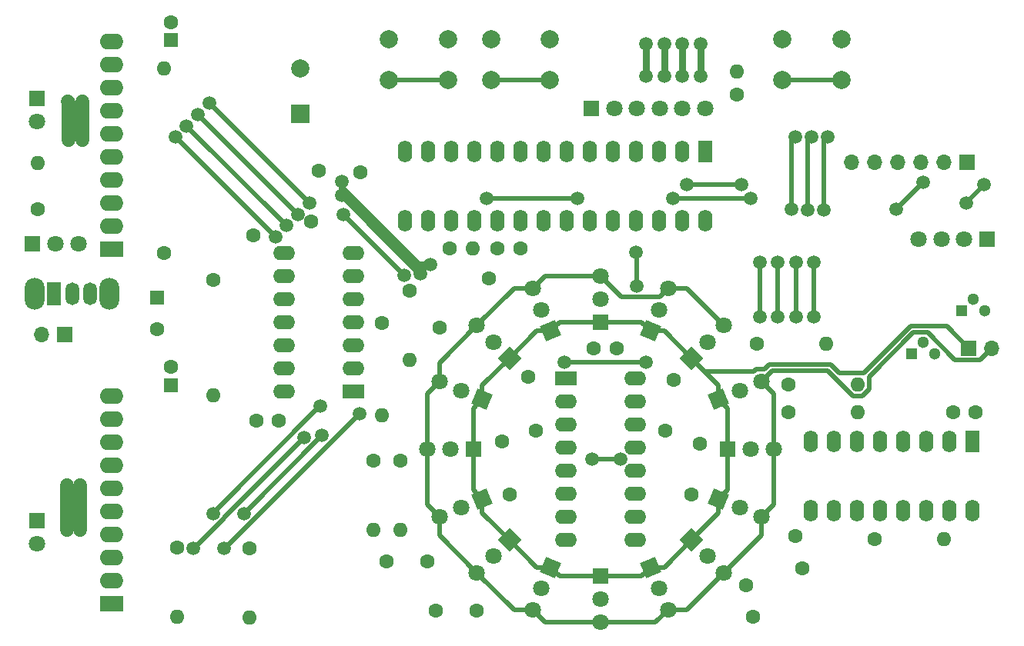
<source format=gbr>
%TF.GenerationSoftware,KiCad,Pcbnew,7.0.7*%
%TF.CreationDate,2023-08-23T01:14:16+09:00*%
%TF.ProjectId,maincircuit,6d61696e-6369-4726-9375-69742e6b6963,rev?*%
%TF.SameCoordinates,Original*%
%TF.FileFunction,Copper,L1,Top*%
%TF.FilePolarity,Positive*%
%FSLAX46Y46*%
G04 Gerber Fmt 4.6, Leading zero omitted, Abs format (unit mm)*
G04 Created by KiCad (PCBNEW 7.0.7) date 2023-08-23 01:14:16*
%MOMM*%
%LPD*%
G01*
G04 APERTURE LIST*
G04 Aperture macros list*
%AMHorizOval*
0 Thick line with rounded ends*
0 $1 width*
0 $2 $3 position (X,Y) of the first rounded end (center of the circle)*
0 $4 $5 position (X,Y) of the second rounded end (center of the circle)*
0 Add line between two ends*
20,1,$1,$2,$3,$4,$5,0*
0 Add two circle primitives to create the rounded ends*
1,1,$1,$2,$3*
1,1,$1,$4,$5*%
%AMRotRect*
0 Rectangle, with rotation*
0 The origin of the aperture is its center*
0 $1 length*
0 $2 width*
0 $3 Rotation angle, in degrees counterclockwise*
0 Add horizontal line*
21,1,$1,$2,0,0,$3*%
G04 Aperture macros list end*
%TA.AperFunction,ComponentPad*%
%ADD10C,1.600000*%
%TD*%
%TA.AperFunction,ComponentPad*%
%ADD11O,1.600000X1.600000*%
%TD*%
%TA.AperFunction,ComponentPad*%
%ADD12HorizOval,1.600000X0.000000X0.000000X0.000000X0.000000X0*%
%TD*%
%TA.AperFunction,ComponentPad*%
%ADD13O,1.700000X1.700000*%
%TD*%
%TA.AperFunction,ComponentPad*%
%ADD14R,1.700000X1.700000*%
%TD*%
%TA.AperFunction,ComponentPad*%
%ADD15O,2.400000X1.600000*%
%TD*%
%TA.AperFunction,ComponentPad*%
%ADD16R,2.400000X1.600000*%
%TD*%
%TA.AperFunction,ComponentPad*%
%ADD17HorizOval,1.600000X0.000000X0.000000X0.000000X0.000000X0*%
%TD*%
%TA.AperFunction,ComponentPad*%
%ADD18HorizOval,1.600000X0.000000X0.000000X0.000000X0.000000X0*%
%TD*%
%TA.AperFunction,ComponentPad*%
%ADD19HorizOval,1.600000X0.000000X0.000000X0.000000X0.000000X0*%
%TD*%
%TA.AperFunction,ComponentPad*%
%ADD20HorizOval,1.600000X0.000000X0.000000X0.000000X0.000000X0*%
%TD*%
%TA.AperFunction,ComponentPad*%
%ADD21O,1.600000X2.400000*%
%TD*%
%TA.AperFunction,ComponentPad*%
%ADD22R,1.600000X2.400000*%
%TD*%
%TA.AperFunction,ComponentPad*%
%ADD23C,2.000000*%
%TD*%
%TA.AperFunction,ComponentPad*%
%ADD24C,1.800000*%
%TD*%
%TA.AperFunction,ComponentPad*%
%ADD25R,1.800000X1.800000*%
%TD*%
%TA.AperFunction,ComponentPad*%
%ADD26C,1.300000*%
%TD*%
%TA.AperFunction,ComponentPad*%
%ADD27R,1.300000X1.300000*%
%TD*%
%TA.AperFunction,ComponentPad*%
%ADD28RotRect,1.800000X1.800000X225.000000*%
%TD*%
%TA.AperFunction,ComponentPad*%
%ADD29RotRect,1.800000X1.800000X157.500000*%
%TD*%
%TA.AperFunction,ComponentPad*%
%ADD30R,1.600000X1.600000*%
%TD*%
%TA.AperFunction,ComponentPad*%
%ADD31O,2.610000X1.740000*%
%TD*%
%TA.AperFunction,ComponentPad*%
%ADD32R,2.610000X1.740000*%
%TD*%
%TA.AperFunction,ComponentPad*%
%ADD33RotRect,1.800000X1.800000X315.000000*%
%TD*%
%TA.AperFunction,ComponentPad*%
%ADD34RotRect,1.800000X1.800000X45.000000*%
%TD*%
%TA.AperFunction,ComponentPad*%
%ADD35RotRect,1.800000X1.800000X67.500000*%
%TD*%
%TA.AperFunction,ComponentPad*%
%ADD36RotRect,1.800000X1.800000X337.500000*%
%TD*%
%TA.AperFunction,ComponentPad*%
%ADD37RotRect,1.800000X1.800000X202.500000*%
%TD*%
%TA.AperFunction,ComponentPad*%
%ADD38RotRect,1.800000X1.800000X247.500000*%
%TD*%
%TA.AperFunction,ComponentPad*%
%ADD39RotRect,1.800000X1.800000X135.000000*%
%TD*%
%TA.AperFunction,ComponentPad*%
%ADD40RotRect,1.800000X1.800000X292.500000*%
%TD*%
%TA.AperFunction,ComponentPad*%
%ADD41RotRect,1.800000X1.800000X112.500000*%
%TD*%
%TA.AperFunction,ComponentPad*%
%ADD42O,2.200000X3.500000*%
%TD*%
%TA.AperFunction,ComponentPad*%
%ADD43R,1.500000X2.500000*%
%TD*%
%TA.AperFunction,ComponentPad*%
%ADD44O,1.500000X2.500000*%
%TD*%
%TA.AperFunction,ComponentPad*%
%ADD45R,2.000000X2.000000*%
%TD*%
%TA.AperFunction,ComponentPad*%
%ADD46RotRect,1.800000X1.800000X22.500000*%
%TD*%
%TA.AperFunction,ViaPad*%
%ADD47C,1.500000*%
%TD*%
%TA.AperFunction,Conductor*%
%ADD48C,0.500000*%
%TD*%
%TA.AperFunction,Conductor*%
%ADD49C,0.750000*%
%TD*%
%TA.AperFunction,Conductor*%
%ADD50C,1.500000*%
%TD*%
G04 APERTURE END LIST*
D10*
%TO.P,R6,1*%
%TO.N,/Motordrive/L_PWM*%
X61000000Y-55090000D03*
D11*
%TO.P,R6,2*%
%TO.N,GND*%
X61000000Y-65250000D03*
%TD*%
D10*
%TO.P,R20,1*%
%TO.N,Net-(LED10-K)*%
X64000000Y-51590000D03*
D11*
%TO.P,R20,2*%
%TO.N,/16x2LEDs/LED10*%
X64000000Y-59210000D03*
%TD*%
D10*
%TO.P,R10,1*%
%TO.N,/Motordrive/R_SEL1*%
X46400000Y-79900000D03*
D11*
%TO.P,R10,2*%
%TO.N,GND*%
X46400000Y-87520000D03*
%TD*%
D10*
%TO.P,R8,1*%
%TO.N,/Motordrive/R_SEL2*%
X38400000Y-79880000D03*
D11*
%TO.P,R8,2*%
%TO.N,GND*%
X38400000Y-87500000D03*
%TD*%
D10*
%TO.P,R7,1*%
%TO.N,/Motordrive/L_SEL1*%
X46800000Y-45500000D03*
D12*
%TO.P,R7,2*%
%TO.N,GND*%
X53984205Y-38315795D03*
%TD*%
%TO.P,R5,2*%
%TO.N,GND*%
X58588154Y-38511846D03*
D10*
%TO.P,R5,1*%
%TO.N,/Motordrive/L_SEL2*%
X53200000Y-43900000D03*
%TD*%
D13*
%TO.P,BT1,2,-*%
%TO.N,GND*%
X23500000Y-56400000D03*
D14*
%TO.P,BT1,1,+*%
%TO.N,Net-(BT1-+)*%
X26040000Y-56400000D03*
%TD*%
D15*
%TO.P,U1,14,VCC*%
%TO.N,VDD*%
X50180000Y-62625000D03*
%TO.P,U1,13*%
%TO.N,/Motordrive/R_SEL2*%
X50180000Y-60085000D03*
%TO.P,U1,12*%
%TO.N,/Motordrive/R_PWM*%
X50180000Y-57545000D03*
%TO.P,U1,11*%
%TO.N,Net-(Q2-G_4)*%
X50180000Y-55005000D03*
%TO.P,U1,10*%
%TO.N,/Motordrive/R_PWM*%
X50180000Y-52465000D03*
%TO.P,U1,9*%
%TO.N,/Motordrive/R_SEL1*%
X50180000Y-49925000D03*
%TO.P,U1,8*%
%TO.N,Net-(Q2-G_3)*%
X50180000Y-47385000D03*
%TO.P,U1,7,GND*%
%TO.N,GND*%
X57800000Y-47385000D03*
%TO.P,U1,6*%
%TO.N,Net-(Q1-G_4)*%
X57800000Y-49925000D03*
%TO.P,U1,5*%
%TO.N,/Motordrive/L_SEL2*%
X57800000Y-52465000D03*
%TO.P,U1,4*%
%TO.N,/Motordrive/L_PWM*%
X57800000Y-55005000D03*
%TO.P,U1,3*%
%TO.N,Net-(Q1-G_3)*%
X57800000Y-57545000D03*
%TO.P,U1,2*%
%TO.N,/Motordrive/L_PWM*%
X57800000Y-60085000D03*
D16*
%TO.P,U1,1*%
%TO.N,/Motordrive/L_SEL1*%
X57800000Y-62625000D03*
%TD*%
D10*
%TO.P,R26,1*%
%TO.N,Net-(LED16-K)*%
X71388154Y-86788154D03*
D17*
%TO.P,R26,2*%
%TO.N,/16x2LEDs/LED16*%
X66000000Y-81400000D03*
%TD*%
D11*
%TO.P,R9,2*%
%TO.N,GND*%
X70995000Y-46900000D03*
D10*
%TO.P,R9,1*%
%TO.N,/Motordrive/R_PWM*%
X68455000Y-46900000D03*
%TD*%
%TO.P,R25,1*%
%TO.N,Net-(LED15-K)*%
X66888154Y-86788154D03*
D17*
%TO.P,R25,2*%
%TO.N,/16x2LEDs/LED15*%
X61500000Y-81400000D03*
%TD*%
D10*
%TO.P,R24,1*%
%TO.N,Net-(LED14-K)*%
X63000000Y-70280000D03*
D11*
%TO.P,R24,2*%
%TO.N,/16x2LEDs/LED14*%
X63000000Y-77900000D03*
%TD*%
%TO.P,R23,2*%
%TO.N,/16x2LEDs/LED13*%
X60000000Y-77900000D03*
D10*
%TO.P,R23,1*%
%TO.N,Net-(LED13-K)*%
X60000000Y-70280000D03*
%TD*%
D18*
%TO.P,R22,2*%
%TO.N,/16x2LEDs/LED12*%
X75011976Y-73979981D03*
D10*
%TO.P,R22,1*%
%TO.N,Net-(LED12-K)*%
X77928024Y-66940019D03*
%TD*%
D18*
%TO.P,R21,2*%
%TO.N,/16x2LEDs/LED11*%
X74171976Y-68119981D03*
D10*
%TO.P,R21,1*%
%TO.N,Net-(LED11-K)*%
X77088024Y-61080019D03*
%TD*%
D19*
%TO.P,R19,2*%
%TO.N,/16x2LEDs/LED9*%
X67305923Y-55594077D03*
D10*
%TO.P,R19,1*%
%TO.N,Net-(LED9-K)*%
X72694077Y-50205923D03*
%TD*%
%TO.P,R18,1*%
%TO.N,Net-(LED8-K)*%
X102190000Y-57400000D03*
D11*
%TO.P,R18,2*%
%TO.N,/16x2LEDs/LED8*%
X109810000Y-57400000D03*
%TD*%
D10*
%TO.P,R17,1*%
%TO.N,Net-(LED7-K)*%
X105690000Y-61900000D03*
D11*
%TO.P,R17,2*%
%TO.N,/16x2LEDs/LED7*%
X113310000Y-61900000D03*
%TD*%
D10*
%TO.P,R16,1*%
%TO.N,Net-(LED6-K)*%
X105690000Y-64900000D03*
D11*
%TO.P,R16,2*%
%TO.N,/16x2LEDs/LED6*%
X113310000Y-64900000D03*
%TD*%
D20*
%TO.P,R15,2*%
%TO.N,/16x2LEDs/LED5*%
X93041976Y-61380019D03*
D10*
%TO.P,R15,1*%
%TO.N,Net-(LED5-K)*%
X95958024Y-68419981D03*
%TD*%
%TO.P,R14,1*%
%TO.N,Net-(LED4-K)*%
X94996048Y-74019962D03*
D20*
%TO.P,R14,2*%
%TO.N,/16x2LEDs/LED4*%
X92080000Y-66980000D03*
%TD*%
D10*
%TO.P,R13,1*%
%TO.N,Net-(LED3-K)*%
X101005923Y-83994077D03*
D12*
%TO.P,R13,2*%
%TO.N,/16x2LEDs/LED3*%
X106394077Y-78605923D03*
%TD*%
D10*
%TO.P,R12,1*%
%TO.N,Net-(LED2-K)*%
X101811846Y-87488154D03*
D12*
%TO.P,R12,2*%
%TO.N,/16x2LEDs/LED2*%
X107200000Y-82100000D03*
%TD*%
D11*
%TO.P,R11,2*%
%TO.N,/16x2LEDs/LED1*%
X122805000Y-78900000D03*
D10*
%TO.P,R11,1*%
%TO.N,Net-(LED1-K)*%
X115185000Y-78900000D03*
%TD*%
D11*
%TO.P,R2,2*%
%TO.N,GND*%
X23100000Y-37520000D03*
D10*
%TO.P,R2,1*%
%TO.N,Net-(PWR1-K)*%
X23100000Y-42600000D03*
%TD*%
D21*
%TO.P,IC1,28,RB7/ICSPDAT*%
%TO.N,PICKit3_ICSPDAT*%
X96525000Y-43820000D03*
%TO.P,IC1,27,RB6/ICSPCLK*%
%TO.N,PICKit3_ICSPCLK*%
X93985000Y-43820000D03*
%TO.P,IC1,26,RB5*%
%TO.N,/16x2LEDs/Select_Green*%
X91445000Y-43820000D03*
%TO.P,IC1,25,RB4*%
%TO.N,/16x2LEDs/Select_Red*%
X88905000Y-43820000D03*
%TO.P,IC1,24,RB3*%
%TO.N,/16x2LEDs/Flash*%
X86365000Y-43820000D03*
%TO.P,IC1,23,RB2*%
%TO.N,/16x2LEDs/Clock*%
X83825000Y-43820000D03*
%TO.P,IC1,22,RB1*%
%TO.N,/16x2LEDs/Data*%
X81285000Y-43820000D03*
%TO.P,IC1,21,RB0*%
%TO.N,I^{2}C_SDA*%
X78745000Y-43820000D03*
%TO.P,IC1,20,VDD*%
%TO.N,VDD*%
X76205000Y-43820000D03*
%TO.P,IC1,19,VSS_2*%
%TO.N,GND*%
X73665000Y-43820000D03*
%TO.P,IC1,18,RC7*%
%TO.N,I^{2}C_SCL*%
X71125000Y-43820000D03*
%TO.P,IC1,17,RC6*%
%TO.N,/Motordrive/R_PWM*%
X68585000Y-43820000D03*
%TO.P,IC1,16,RC5*%
%TO.N,/Motordrive/R_SEL1*%
X66045000Y-43820000D03*
%TO.P,IC1,15,RC4*%
%TO.N,/Motordrive/R_SEL2*%
X63505000Y-43820000D03*
%TO.P,IC1,14,RC3*%
%TO.N,/Motordrive/L_SEL2*%
X63505000Y-36200000D03*
%TO.P,IC1,13,RC2*%
%TO.N,/Motordrive/L_SEL1*%
X66045000Y-36200000D03*
%TO.P,IC1,12,RC1*%
%TO.N,/Motordrive/L_PWM*%
X68585000Y-36200000D03*
%TO.P,IC1,11,RC0*%
%TO.N,unconnected-(IC1-RC0-Pad11)*%
X71125000Y-36200000D03*
%TO.P,IC1,10,RA6*%
%TO.N,unconnected-(IC1-RA6-Pad10)*%
X73665000Y-36200000D03*
%TO.P,IC1,9,RA7*%
%TO.N,Net-(IC1-RA7)*%
X76205000Y-36200000D03*
%TO.P,IC1,8,VSS_1*%
%TO.N,GND*%
X78745000Y-36200000D03*
%TO.P,IC1,7,RA5*%
%TO.N,Net-(IC1-RA5)*%
X81285000Y-36200000D03*
%TO.P,IC1,6,RA4*%
%TO.N,Net-(IC1-RA4)*%
X83825000Y-36200000D03*
%TO.P,IC1,5,RA3*%
%TO.N,Sensor_SEL2*%
X86365000Y-36200000D03*
%TO.P,IC1,4,RA2*%
%TO.N,Sensor_SEL1*%
X88905000Y-36200000D03*
%TO.P,IC1,3,RA1*%
%TO.N,Sensor_AN*%
X91445000Y-36200000D03*
%TO.P,IC1,2,RA0*%
%TO.N,Sensor_DI*%
X93985000Y-36200000D03*
D22*
%TO.P,IC1,1,VPP/~{MCLR}/RE3*%
%TO.N,PICKit3_MCLR*%
X96525000Y-36200000D03*
%TD*%
D10*
%TO.P,R3,1*%
%TO.N,VDD*%
X37000000Y-47400000D03*
D11*
%TO.P,R3,2*%
%TO.N,Net-(Q1-S_3)*%
X37000000Y-27080000D03*
%TD*%
%TO.P,R4,2*%
%TO.N,Net-(Q2-S_3)*%
X42400000Y-63100000D03*
D10*
%TO.P,R4,1*%
%TO.N,VDD*%
X42400000Y-50400000D03*
%TD*%
D22*
%TO.P,U2,1,QB*%
%TO.N,/16x2LEDs/LED2*%
X125875000Y-68140500D03*
D21*
%TO.P,U2,2,QC*%
%TO.N,/16x2LEDs/LED3*%
X123335000Y-68140500D03*
%TO.P,U2,3,QD*%
%TO.N,/16x2LEDs/LED4*%
X120795000Y-68140500D03*
%TO.P,U2,4,QE*%
%TO.N,/16x2LEDs/LED5*%
X118255000Y-68140500D03*
%TO.P,U2,5,QF*%
%TO.N,/16x2LEDs/LED6*%
X115715000Y-68140500D03*
%TO.P,U2,6,QG*%
%TO.N,/16x2LEDs/LED7*%
X113175000Y-68140500D03*
%TO.P,U2,7,QH*%
%TO.N,/16x2LEDs/LED8*%
X110635000Y-68140500D03*
%TO.P,U2,8,GND*%
%TO.N,GND*%
X108095000Y-68140500D03*
%TO.P,U2,9,QH'*%
%TO.N,Net-(U2-QH')*%
X108095000Y-75760500D03*
%TO.P,U2,10,~{SRCLR}*%
%TO.N,VDD*%
X110635000Y-75760500D03*
%TO.P,U2,11,SRCLK*%
%TO.N,/16x2LEDs/Clock*%
X113175000Y-75760500D03*
%TO.P,U2,12,RCLK*%
%TO.N,/16x2LEDs/Flash*%
X115715000Y-75760500D03*
%TO.P,U2,13,~{OE}*%
%TO.N,GND*%
X118255000Y-75760500D03*
%TO.P,U2,14,SER*%
%TO.N,/16x2LEDs/Data*%
X120795000Y-75760500D03*
%TO.P,U2,15,QA*%
%TO.N,/16x2LEDs/LED1*%
X123335000Y-75760500D03*
%TO.P,U2,16,VCC*%
%TO.N,VDD*%
X125875000Y-75760500D03*
%TD*%
D23*
%TO.P,SW2,1,1*%
%TO.N,GND*%
X105000000Y-23900000D03*
X111500000Y-23900000D03*
%TO.P,SW2,2,2*%
%TO.N,PICKit3_MCLR*%
X105000000Y-28400000D03*
X111500000Y-28400000D03*
%TD*%
D24*
%TO.P,LED1,3,A2*%
%TO.N,/16x2LEDs/Green_Src*%
X85000000Y-88080000D03*
%TO.P,LED1,2,K*%
%TO.N,Net-(LED1-K)*%
X85000000Y-85540000D03*
D25*
%TO.P,LED1,1,A1*%
%TO.N,/16x2LEDs/Red_Src*%
X85000000Y-83000000D03*
%TD*%
D24*
%TO.P,J2,6,Pin_6*%
%TO.N,GND*%
X96500000Y-31500000D03*
%TO.P,J2,5,Pin_5*%
%TO.N,Sensor_DI*%
X94000000Y-31500000D03*
%TO.P,J2,4,Pin_4*%
%TO.N,Sensor_AN*%
X91500000Y-31500000D03*
%TO.P,J2,3,Pin_3*%
%TO.N,Sensor_SEL1*%
X89000000Y-31500000D03*
%TO.P,J2,2,Pin_2*%
%TO.N,Sensor_SEL2*%
X86500000Y-31500000D03*
D25*
%TO.P,J2,1,Pin_1*%
%TO.N,VDD*%
X84000000Y-31500000D03*
%TD*%
D23*
%TO.P,SW4,2,2*%
%TO.N,Net-(IC1-RA5)*%
X68250000Y-28400000D03*
X61750000Y-28400000D03*
%TO.P,SW4,1,1*%
%TO.N,GND*%
X68250000Y-23900000D03*
X61750000Y-23900000D03*
%TD*%
D11*
%TO.P,R1,2*%
%TO.N,PICKit3_MCLR*%
X100000000Y-27405000D03*
D10*
%TO.P,R1,1*%
%TO.N,VDD*%
X100000000Y-29945000D03*
%TD*%
D26*
%TO.P,Tr2,3,C*%
%TO.N,VDD*%
X127270000Y-53760000D03*
%TO.P,Tr2,2,E*%
%TO.N,/16x2LEDs/Green_Src*%
X126000000Y-52490000D03*
D27*
%TO.P,Tr2,1,B*%
%TO.N,/16x2LEDs/Select_Green*%
X124730000Y-53760000D03*
%TD*%
D24*
%TO.P,LED15,3,A2*%
%TO.N,/16x2LEDs/Green_Src*%
X71407898Y-82592102D03*
%TO.P,LED15,2,K*%
%TO.N,Net-(LED15-K)*%
X73203949Y-80796051D03*
D28*
%TO.P,LED15,1,A1*%
%TO.N,/16x2LEDs/Red_Src*%
X75000000Y-79000000D03*
%TD*%
D24*
%TO.P,LED12,3,A2*%
%TO.N,/16x2LEDs/Green_Src*%
X67306692Y-61555968D03*
%TO.P,LED12,2,K*%
%TO.N,Net-(LED12-K)*%
X69653346Y-62527984D03*
D29*
%TO.P,LED12,1,A1*%
%TO.N,/16x2LEDs/Red_Src*%
X72000000Y-63500000D03*
%TD*%
D30*
%TO.P,C5,1*%
%TO.N,Net-(Q2-S_3)*%
X37750000Y-61955113D03*
D10*
%TO.P,C5,2*%
%TO.N,GND*%
X37750000Y-59955113D03*
%TD*%
D31*
%TO.P,Q1,10,S_3*%
%TO.N,Net-(Q1-S_3)*%
X31250000Y-24090000D03*
%TO.P,Q1,9,D_3*%
%TO.N,Net-(J5-Pin_1)*%
X31250000Y-26630000D03*
%TO.P,Q1,8,G_4*%
%TO.N,Net-(Q1-G_4)*%
X31250000Y-29170000D03*
%TO.P,Q1,7,D_2*%
%TO.N,Net-(J5-Pin_2)*%
X31250000Y-31710000D03*
%TO.P,Q1,6,G_3*%
%TO.N,Net-(Q1-G_3)*%
X31250000Y-34250000D03*
%TO.P,Q1,5,S_2*%
%TO.N,Net-(J5-Pin_1)*%
X31250000Y-36790000D03*
%TO.P,Q1,4,G_2*%
%TO.N,/Motordrive/L_SEL1*%
X31250000Y-39330000D03*
%TO.P,Q1,3,D_1*%
%TO.N,Net-(J5-Pin_2)*%
X31250000Y-41870000D03*
%TO.P,Q1,2,G_1*%
%TO.N,/Motordrive/L_SEL2*%
X31250000Y-44410000D03*
D32*
%TO.P,Q1,1,S_1*%
%TO.N,GND*%
X31250000Y-46950000D03*
%TD*%
D24*
%TO.P,LED3,3,A2*%
%TO.N,/16x2LEDs/Green_Src*%
X98592102Y-82592102D03*
%TO.P,LED3,2,K*%
%TO.N,Net-(LED3-K)*%
X96796051Y-80796051D03*
D33*
%TO.P,LED3,1,A1*%
%TO.N,/16x2LEDs/Red_Src*%
X95000000Y-79000000D03*
%TD*%
D14*
%TO.P,J1,1,Pin_1*%
%TO.N,PICKit3_MCLR*%
X125350000Y-37400000D03*
D13*
%TO.P,J1,2,Pin_2*%
%TO.N,VDD*%
X122810000Y-37400000D03*
%TO.P,J1,3,Pin_3*%
%TO.N,GND*%
X120270000Y-37400000D03*
%TO.P,J1,4,Pin_4*%
%TO.N,PICKit3_ICSPDAT*%
X117730000Y-37400000D03*
%TO.P,J1,5,Pin_5*%
%TO.N,PICKit3_ICSPCLK*%
X115190000Y-37400000D03*
%TO.P,J1,6,Pin_6*%
%TO.N,unconnected-(J1-Pin_6-Pad6)*%
X112650000Y-37400000D03*
%TD*%
D10*
%TO.P,C3,2*%
%TO.N,GND*%
X47150000Y-65900000D03*
%TO.P,C3,1*%
%TO.N,VDD*%
X49650000Y-65900000D03*
%TD*%
D24*
%TO.P,LED7,3,A2*%
%TO.N,/16x2LEDs/Green_Src*%
X98592102Y-55407898D03*
%TO.P,LED7,2,K*%
%TO.N,Net-(LED7-K)*%
X96796051Y-57203949D03*
D34*
%TO.P,LED7,1,A1*%
%TO.N,/16x2LEDs/Red_Src*%
X95000000Y-59000000D03*
%TD*%
D15*
%TO.P,U3,16,VCC*%
%TO.N,VDD*%
X88795000Y-61225000D03*
%TO.P,U3,15,QA*%
%TO.N,/16x2LEDs/LED9*%
X88795000Y-63765000D03*
%TO.P,U3,14,SER*%
%TO.N,Net-(U2-QH')*%
X88795000Y-66305000D03*
%TO.P,U3,13,~{OE}*%
%TO.N,GND*%
X88795000Y-68845000D03*
%TO.P,U3,12,RCLK*%
%TO.N,/16x2LEDs/Flash*%
X88795000Y-71385000D03*
%TO.P,U3,11,SRCLK*%
%TO.N,/16x2LEDs/Clock*%
X88795000Y-73925000D03*
%TO.P,U3,10,~{SRCLR}*%
%TO.N,VDD*%
X88795000Y-76465000D03*
%TO.P,U3,9,QH'*%
%TO.N,unconnected-(U3-QH'-Pad9)*%
X88795000Y-79005000D03*
%TO.P,U3,8,GND*%
%TO.N,GND*%
X81175000Y-79005000D03*
%TO.P,U3,7,QH*%
%TO.N,/16x2LEDs/LED16*%
X81175000Y-76465000D03*
%TO.P,U3,6,QG*%
%TO.N,/16x2LEDs/LED15*%
X81175000Y-73925000D03*
%TO.P,U3,5,QF*%
%TO.N,/16x2LEDs/LED14*%
X81175000Y-71385000D03*
%TO.P,U3,4,QE*%
%TO.N,/16x2LEDs/LED13*%
X81175000Y-68845000D03*
%TO.P,U3,3,QD*%
%TO.N,/16x2LEDs/LED12*%
X81175000Y-66305000D03*
%TO.P,U3,2,QC*%
%TO.N,/16x2LEDs/LED11*%
X81175000Y-63765000D03*
D16*
%TO.P,U3,1,QB*%
%TO.N,/16x2LEDs/LED10*%
X81175000Y-61225000D03*
%TD*%
D24*
%TO.P,LED8,3,A2*%
%TO.N,/16x2LEDs/Green_Src*%
X92444032Y-51306692D03*
%TO.P,LED8,2,K*%
%TO.N,Net-(LED8-K)*%
X91472016Y-53653346D03*
D35*
%TO.P,LED8,1,A1*%
%TO.N,/16x2LEDs/Red_Src*%
X90500000Y-56000000D03*
%TD*%
D23*
%TO.P,SW3,2,2*%
%TO.N,Net-(IC1-RA4)*%
X79450000Y-28400000D03*
X72950000Y-28400000D03*
%TO.P,SW3,1,1*%
%TO.N,GND*%
X79450000Y-23900000D03*
X72950000Y-23900000D03*
%TD*%
D24*
%TO.P,LED4,3,A2*%
%TO.N,/16x2LEDs/Green_Src*%
X102693308Y-76444032D03*
%TO.P,LED4,2,K*%
%TO.N,Net-(LED4-K)*%
X100346654Y-75472016D03*
D36*
%TO.P,LED4,1,A1*%
%TO.N,/16x2LEDs/Red_Src*%
X98000000Y-74500000D03*
%TD*%
D24*
%TO.P,LED14,3,A2*%
%TO.N,/16x2LEDs/Green_Src*%
X67306692Y-76444032D03*
%TO.P,LED14,2,K*%
%TO.N,Net-(LED14-K)*%
X69653346Y-75472016D03*
D37*
%TO.P,LED14,1,A1*%
%TO.N,/16x2LEDs/Red_Src*%
X72000000Y-74500000D03*
%TD*%
D24*
%TO.P,LED9,3,A2*%
%TO.N,/16x2LEDs/Green_Src*%
X85000000Y-49920000D03*
%TO.P,LED9,2,K*%
%TO.N,Net-(LED9-K)*%
X85000000Y-52460000D03*
D25*
%TO.P,LED9,1,A1*%
%TO.N,/16x2LEDs/Red_Src*%
X85000000Y-55000000D03*
%TD*%
D10*
%TO.P,C6,1*%
%TO.N,VDD*%
X126250000Y-64900000D03*
%TO.P,C6,2*%
%TO.N,GND*%
X123750000Y-64900000D03*
%TD*%
D24*
%TO.P,LED16,3,A2*%
%TO.N,/16x2LEDs/Green_Src*%
X77555968Y-86693308D03*
%TO.P,LED16,2,K*%
%TO.N,Net-(LED16-K)*%
X78527984Y-84346654D03*
D38*
%TO.P,LED16,1,A1*%
%TO.N,/16x2LEDs/Red_Src*%
X79500000Y-82000000D03*
%TD*%
D24*
%TO.P,LED11,3,A2*%
%TO.N,/16x2LEDs/Green_Src*%
X71407898Y-55407898D03*
%TO.P,LED11,2,K*%
%TO.N,Net-(LED11-K)*%
X73203949Y-57203949D03*
D39*
%TO.P,LED11,1,A1*%
%TO.N,/16x2LEDs/Red_Src*%
X75000000Y-59000000D03*
%TD*%
D24*
%TO.P,LED2,3,A2*%
%TO.N,/16x2LEDs/Green_Src*%
X92444032Y-86693308D03*
%TO.P,LED2,2,K*%
%TO.N,Net-(LED2-K)*%
X91472016Y-84346654D03*
D40*
%TO.P,LED2,1,A1*%
%TO.N,/16x2LEDs/Red_Src*%
X90500000Y-82000000D03*
%TD*%
D10*
%TO.P,C2,2*%
%TO.N,GND*%
X36200000Y-55800000D03*
D30*
%TO.P,C2,1*%
%TO.N,VDD*%
X36200000Y-52300000D03*
%TD*%
D24*
%TO.P,LED10,3,A2*%
%TO.N,/16x2LEDs/Green_Src*%
X77555968Y-51306692D03*
%TO.P,LED10,2,K*%
%TO.N,Net-(LED10-K)*%
X78527984Y-53653346D03*
D41*
%TO.P,LED10,1,A1*%
%TO.N,/16x2LEDs/Red_Src*%
X79500000Y-56000000D03*
%TD*%
D13*
%TO.P,P1,2,Pin_2*%
%TO.N,/16x2LEDs/Green_Src*%
X128040000Y-57900000D03*
D14*
%TO.P,P1,1,Pin_1*%
%TO.N,/16x2LEDs/Red_Src*%
X125500000Y-57900000D03*
%TD*%
D42*
%TO.P,SW1,*%
%TO.N,*%
X22800000Y-51900000D03*
X31000000Y-51900000D03*
D43*
%TO.P,SW1,1,A*%
%TO.N,Net-(PWR1-A1)*%
X24900000Y-51900000D03*
D44*
%TO.P,SW1,2,B*%
%TO.N,Net-(BT1-+)*%
X26900000Y-51900000D03*
%TO.P,SW1,3,C*%
%TO.N,VDD*%
X28900000Y-51900000D03*
%TD*%
D24*
%TO.P,J3,4,Pin_4*%
%TO.N,GND*%
X120000000Y-45900000D03*
%TO.P,J3,3,Pin_3*%
%TO.N,I^{2}C_SCL*%
X122500000Y-45900000D03*
%TO.P,J3,2,Pin_2*%
%TO.N,I^{2}C_SDA*%
X125000000Y-45900000D03*
D25*
%TO.P,J3,1,Pin_1*%
%TO.N,VDD*%
X127500000Y-45900000D03*
%TD*%
D10*
%TO.P,C7,2*%
%TO.N,GND*%
X84250000Y-57900000D03*
%TO.P,C7,1*%
%TO.N,VDD*%
X86750000Y-57900000D03*
%TD*%
D24*
%TO.P,J6,2,Pin_2*%
%TO.N,Net-(J6-Pin_2)*%
X23000000Y-79400000D03*
D25*
%TO.P,J6,1,Pin_1*%
%TO.N,Net-(J6-Pin_1)*%
X23000000Y-76900000D03*
%TD*%
D23*
%TO.P,LS1,2,2*%
%TO.N,GND*%
X52000000Y-27100000D03*
D45*
%TO.P,LS1,1,1*%
%TO.N,Net-(IC1-RA7)*%
X52000000Y-32100000D03*
%TD*%
D24*
%TO.P,LED13,3,A2*%
%TO.N,/16x2LEDs/Green_Src*%
X65920000Y-69000000D03*
%TO.P,LED13,2,K*%
%TO.N,Net-(LED13-K)*%
X68460000Y-69000000D03*
D25*
%TO.P,LED13,1,A1*%
%TO.N,/16x2LEDs/Red_Src*%
X71000000Y-69000000D03*
%TD*%
%TO.P,J5,1,Pin_1*%
%TO.N,Net-(J5-Pin_1)*%
X23000000Y-30400000D03*
D24*
%TO.P,J5,2,Pin_2*%
%TO.N,Net-(J5-Pin_2)*%
X23000000Y-32900000D03*
%TD*%
D27*
%TO.P,Tr1,1,B*%
%TO.N,/16x2LEDs/Select_Red*%
X119230000Y-58540000D03*
D26*
%TO.P,Tr1,2,E*%
%TO.N,/16x2LEDs/Red_Src*%
X120500000Y-57270000D03*
%TO.P,Tr1,3,C*%
%TO.N,VDD*%
X121770000Y-58540000D03*
%TD*%
D24*
%TO.P,PWR1,3,A2*%
%TO.N,VDD*%
X27630000Y-46400000D03*
%TO.P,PWR1,2,K*%
%TO.N,Net-(PWR1-K)*%
X25090000Y-46400000D03*
D25*
%TO.P,PWR1,1,A1*%
%TO.N,Net-(PWR1-A1)*%
X22550000Y-46400000D03*
%TD*%
D10*
%TO.P,C4,2*%
%TO.N,GND*%
X37750000Y-22000000D03*
D30*
%TO.P,C4,1*%
%TO.N,Net-(Q1-S_3)*%
X37750000Y-24000000D03*
%TD*%
D46*
%TO.P,LED6,1,A1*%
%TO.N,/16x2LEDs/Red_Src*%
X98000000Y-63500000D03*
D24*
%TO.P,LED6,2,K*%
%TO.N,Net-(LED6-K)*%
X100346654Y-62527984D03*
%TO.P,LED6,3,A2*%
%TO.N,/16x2LEDs/Green_Src*%
X102693308Y-61555968D03*
%TD*%
D10*
%TO.P,C1,2*%
%TO.N,GND*%
X73700000Y-46900000D03*
%TO.P,C1,1*%
%TO.N,VDD*%
X76200000Y-46900000D03*
%TD*%
D24*
%TO.P,LED5,3,A2*%
%TO.N,/16x2LEDs/Green_Src*%
X104080000Y-69000000D03*
%TO.P,LED5,2,K*%
%TO.N,Net-(LED5-K)*%
X101540000Y-69000000D03*
D25*
%TO.P,LED5,1,A1*%
%TO.N,/16x2LEDs/Red_Src*%
X99000000Y-69000000D03*
%TD*%
D32*
%TO.P,Q2,1,S_1*%
%TO.N,GND*%
X31250000Y-86000000D03*
D31*
%TO.P,Q2,2,G_1*%
%TO.N,/Motordrive/R_SEL2*%
X31250000Y-83460000D03*
%TO.P,Q2,3,D_1*%
%TO.N,Net-(J6-Pin_2)*%
X31250000Y-80920000D03*
%TO.P,Q2,4,G_2*%
%TO.N,/Motordrive/R_SEL1*%
X31250000Y-78380000D03*
%TO.P,Q2,5,S_2*%
%TO.N,Net-(J6-Pin_1)*%
X31250000Y-75840000D03*
%TO.P,Q2,6,G_3*%
%TO.N,Net-(Q2-G_3)*%
X31250000Y-73300000D03*
%TO.P,Q2,7,D_2*%
%TO.N,Net-(J6-Pin_2)*%
X31250000Y-70760000D03*
%TO.P,Q2,8,G_4*%
%TO.N,Net-(Q2-G_4)*%
X31250000Y-68220000D03*
%TO.P,Q2,9,D_3*%
%TO.N,Net-(J6-Pin_1)*%
X31250000Y-65680000D03*
%TO.P,Q2,10,S_3*%
%TO.N,Net-(Q2-S_3)*%
X31250000Y-63140000D03*
%TD*%
D47*
%TO.N,/16x2LEDs/Clock*%
X88900000Y-47300000D03*
X88974500Y-51024500D03*
%TO.N,GND*%
X84113051Y-70100000D03*
X87212551Y-70095595D03*
X127200000Y-39900000D03*
X125200000Y-41900000D03*
%TO.N,VDD*%
X56600000Y-39500000D03*
X66260308Y-48639692D03*
X56600000Y-41100000D03*
X65200000Y-49700000D03*
%TO.N,/Motordrive/R_PWM*%
X63449500Y-49900000D03*
X56700000Y-43200000D03*
%TO.N,GND*%
X120453378Y-39657028D03*
X117501825Y-42599500D03*
X106000000Y-42599500D03*
X109600000Y-42700000D03*
X106400000Y-34650500D03*
X108200000Y-34650500D03*
X107800000Y-42700000D03*
X110000000Y-34650500D03*
%TO.N,Net-(Q2-G_3)*%
X45800000Y-76100000D03*
%TO.N,/Motordrive/R_SEL2*%
X40200000Y-79900000D03*
X52400000Y-67700000D03*
%TO.N,Net-(Q2-G_3)*%
X54400000Y-67500000D03*
%TO.N,Net-(Q2-G_4)*%
X42383150Y-76100000D03*
X54200000Y-64300000D03*
%TO.N,/Motordrive/R_SEL1*%
X43600000Y-79900000D03*
X58498528Y-65098528D03*
%TO.N,/Motordrive/L_SEL1*%
X38250000Y-34650000D03*
X49250000Y-45650000D03*
%TO.N,Net-(Q1-G_3)*%
X39500000Y-33400000D03*
X50500000Y-44400000D03*
%TO.N,/Motordrive/L_SEL2*%
X40750000Y-32150000D03*
X51750000Y-43150000D03*
%TO.N,Net-(Q1-G_4)*%
X42000000Y-30900000D03*
X53000000Y-41900000D03*
%TO.N,/16x2LEDs/LED9*%
X90000000Y-59400000D03*
X81000000Y-59400000D03*
%TO.N,I^{2}C_SCL*%
X72500000Y-41400000D03*
X82500000Y-41400000D03*
X93000000Y-41400000D03*
X101500000Y-41400000D03*
%TO.N,I^{2}C_SDA*%
X94500000Y-39900000D03*
X100500000Y-39900000D03*
%TO.N,GND*%
X108500000Y-48400000D03*
X108500000Y-54400000D03*
X102500000Y-48400000D03*
X104500000Y-48400000D03*
X106500000Y-48400000D03*
X106500000Y-54400000D03*
X104500000Y-54400000D03*
X102500000Y-54400000D03*
X96000000Y-24400000D03*
X94000000Y-24400000D03*
X92000000Y-24400000D03*
X90000000Y-24400000D03*
X90000000Y-27900000D03*
X92000000Y-27900000D03*
X94000000Y-27900000D03*
X96000000Y-27900000D03*
%TO.N,Net-(J5-Pin_1)*%
X26450000Y-30750000D03*
X28000000Y-30750000D03*
X28000000Y-35000000D03*
X26500000Y-35000000D03*
%TO.N,Net-(J6-Pin_2)*%
X26300497Y-73000000D03*
X26300497Y-77900000D03*
X27800000Y-77900000D03*
X27800000Y-73000000D03*
%TD*%
D48*
%TO.N,/16x2LEDs/Green_Src*%
X92444032Y-51306692D02*
X91526224Y-52224500D01*
X91526224Y-52224500D02*
X87304500Y-52224500D01*
X87304500Y-52224500D02*
X85000000Y-49920000D01*
%TO.N,/16x2LEDs/Clock*%
X88974500Y-47374500D02*
X88900000Y-47300000D01*
X88974500Y-51024500D02*
X88974500Y-47374500D01*
%TO.N,GND*%
X84113051Y-70100000D02*
X86382794Y-70100000D01*
X86382794Y-70100000D02*
X86387199Y-70095595D01*
X86387199Y-70095595D02*
X87212551Y-70095595D01*
%TO.N,/Motordrive/R_SEL1*%
X43697057Y-79900000D02*
X43600000Y-79900000D01*
X58498528Y-65098528D02*
X43697057Y-79900000D01*
%TO.N,GND*%
X125200000Y-41900000D02*
X127200000Y-39900000D01*
X110000000Y-34650500D02*
X109600000Y-35050500D01*
X109600000Y-35050500D02*
X109600000Y-42700000D01*
X108200000Y-34650500D02*
X107800000Y-35050500D01*
X107800000Y-35050500D02*
X107800000Y-42700000D01*
X106400000Y-34650500D02*
X106000000Y-35050500D01*
X106000000Y-35050500D02*
X106000000Y-42599500D01*
%TO.N,/Motordrive/R_PWM*%
X56700000Y-43200000D02*
X63400000Y-49900000D01*
X63400000Y-49900000D02*
X63449500Y-49900000D01*
D49*
%TO.N,VDD*%
X56600000Y-39500000D02*
X56600000Y-40300000D01*
X56600000Y-40300000D02*
X64939692Y-48639692D01*
X64939692Y-48639692D02*
X66260308Y-48639692D01*
X59525000Y-44025000D02*
X65200000Y-49700000D01*
X56673833Y-41100000D02*
X59525000Y-43951167D01*
X56600000Y-41100000D02*
X56673833Y-41100000D01*
X59525000Y-43951167D02*
X59525000Y-44025000D01*
D48*
%TO.N,Net-(Q2-G_4)*%
X54102943Y-64300000D02*
X42383150Y-76019793D01*
X54200000Y-64300000D02*
X54102943Y-64300000D01*
X42383150Y-76019793D02*
X42383150Y-76100000D01*
D50*
%TO.N,Net-(J6-Pin_2)*%
X27800000Y-77900000D02*
X27800000Y-73000000D01*
X26300497Y-77900000D02*
X26300497Y-73000000D01*
D48*
%TO.N,GND*%
X117510906Y-42599500D02*
X120453378Y-39657028D01*
X117501825Y-42599500D02*
X117510906Y-42599500D01*
%TO.N,/Motordrive/R_SEL2*%
X40200000Y-79900000D02*
X40280207Y-79900000D01*
X43583150Y-76516850D02*
X52400000Y-67700000D01*
X40280207Y-79900000D02*
X43583150Y-76597057D01*
X43583150Y-76597057D02*
X43583150Y-76516850D01*
%TO.N,Net-(Q2-G_3)*%
X54400000Y-67500000D02*
X45800000Y-76100000D01*
%TO.N,/Motordrive/L_SEL1*%
X49250000Y-45650000D02*
X38250000Y-34650000D01*
%TO.N,/Motordrive/L_SEL2*%
X51750000Y-43150000D02*
X40750000Y-32150000D01*
%TO.N,Net-(Q1-G_3)*%
X39500000Y-33400000D02*
X50500000Y-44400000D01*
%TO.N,Net-(Q1-G_4)*%
X53000000Y-41900000D02*
X42000000Y-30900000D01*
%TO.N,/16x2LEDs/LED9*%
X81000000Y-59400000D02*
X90000000Y-59400000D01*
%TO.N,I^{2}C_SCL*%
X82500000Y-41400000D02*
X72500000Y-41400000D01*
X101500000Y-41400000D02*
X93000000Y-41400000D01*
%TO.N,I^{2}C_SDA*%
X100500000Y-39900000D02*
X94500000Y-39900000D01*
%TO.N,/16x2LEDs/Red_Src*%
X96450000Y-60450000D02*
X101890087Y-60450000D01*
X101890087Y-60450000D02*
X102134119Y-60205968D01*
X102134119Y-60205968D02*
X103053358Y-60205968D01*
X103053358Y-60205968D02*
X103559327Y-59700000D01*
X103559327Y-59700000D02*
X110289950Y-59700000D01*
X113930050Y-60650000D02*
X119110050Y-55470000D01*
X110289950Y-59700000D02*
X111239950Y-60650000D01*
X111239950Y-60650000D02*
X113930050Y-60650000D01*
X119110050Y-55470000D02*
X123070000Y-55470000D01*
X123070000Y-55470000D02*
X125500000Y-57900000D01*
%TO.N,/16x2LEDs/Green_Src*%
X102693308Y-61555968D02*
X103849276Y-60400000D01*
X103849276Y-60400000D02*
X110000000Y-60400000D01*
X113827767Y-63150000D02*
X114560000Y-62417767D01*
X110000000Y-60400000D02*
X112750000Y-63150000D01*
X112750000Y-63150000D02*
X113827767Y-63150000D01*
X114560000Y-62417767D02*
X114560000Y-61010000D01*
X126740000Y-59200000D02*
X128040000Y-57900000D01*
X114560000Y-61010000D02*
X119400000Y-56170000D01*
X119400000Y-56170000D02*
X120955635Y-56170000D01*
X120955635Y-56170000D02*
X123985635Y-59200000D01*
X123985635Y-59200000D02*
X126740000Y-59200000D01*
%TO.N,GND*%
X108500000Y-48400000D02*
X108500000Y-54400000D01*
X106500000Y-48400000D02*
X106500000Y-54400000D01*
X104500000Y-54400000D02*
X104500000Y-48400000D01*
X102500000Y-48400000D02*
X102500000Y-54400000D01*
%TO.N,/16x2LEDs/Red_Src*%
X96450000Y-60450000D02*
X95000000Y-59000000D01*
X98000000Y-62000000D02*
X96450000Y-60450000D01*
%TO.N,/16x2LEDs/Green_Src*%
X65920000Y-69000000D02*
X65920000Y-75057340D01*
X65920000Y-75057340D02*
X67306692Y-76444032D01*
D49*
%TO.N,GND*%
X90000000Y-24400000D02*
X90000000Y-27900000D01*
X92000000Y-27900000D02*
X92000000Y-24400000D01*
X94000000Y-27900000D02*
X94000000Y-24400000D01*
X96000000Y-27900000D02*
X96000000Y-24400000D01*
D48*
%TO.N,PICKit3_MCLR*%
X105000000Y-28400000D02*
X111500000Y-28400000D01*
%TO.N,Net-(IC1-RA4)*%
X72950000Y-28400000D02*
X79450000Y-28400000D01*
%TO.N,Net-(IC1-RA5)*%
X68250000Y-28400000D02*
X61750000Y-28400000D01*
D50*
%TO.N,Net-(J5-Pin_1)*%
X28000000Y-30750000D02*
X28000000Y-35000000D01*
X26500000Y-30800000D02*
X26500000Y-35000000D01*
X26450000Y-30750000D02*
X26500000Y-30800000D01*
D48*
%TO.N,/16x2LEDs/Red_Src*%
X85000000Y-55000000D02*
X80500000Y-55000000D01*
X90500000Y-56000000D02*
X92000000Y-56000000D01*
X99000000Y-69000000D02*
X99000000Y-64500000D01*
X72000000Y-62000000D02*
X75000000Y-59000000D01*
X72000000Y-74500000D02*
X72000000Y-76000000D01*
X79500000Y-82000000D02*
X78000000Y-82000000D01*
X71000000Y-69000000D02*
X71000000Y-73500000D01*
X89500000Y-55000000D02*
X90500000Y-56000000D01*
X92000000Y-82000000D02*
X95000000Y-79000000D01*
X89500000Y-83000000D02*
X90500000Y-82000000D01*
X79500000Y-56000000D02*
X78000000Y-56000000D01*
X99000000Y-73500000D02*
X98000000Y-74500000D01*
X80500000Y-83000000D02*
X79500000Y-82000000D01*
X71000000Y-64500000D02*
X72000000Y-63500000D01*
X72000000Y-76000000D02*
X75000000Y-79000000D01*
X71000000Y-73500000D02*
X72000000Y-74500000D01*
X80500000Y-55000000D02*
X79500000Y-56000000D01*
X98000000Y-76000000D02*
X95000000Y-79000000D01*
X85000000Y-83000000D02*
X80500000Y-83000000D01*
X90500000Y-82000000D02*
X92000000Y-82000000D01*
X72000000Y-63500000D02*
X72000000Y-62000000D01*
X98000000Y-74500000D02*
X98000000Y-76000000D01*
X98000000Y-63500000D02*
X98000000Y-62000000D01*
X85000000Y-83000000D02*
X89500000Y-83000000D01*
X71000000Y-69000000D02*
X71000000Y-64500000D01*
X92000000Y-56000000D02*
X95000000Y-59000000D01*
X99000000Y-69000000D02*
X99000000Y-73500000D01*
X78000000Y-56000000D02*
X75000000Y-59000000D01*
X99000000Y-64500000D02*
X98000000Y-63500000D01*
X78000000Y-82000000D02*
X75000000Y-79000000D01*
X85000000Y-55000000D02*
X89500000Y-55000000D01*
%TO.N,/16x2LEDs/Green_Src*%
X94490896Y-51306692D02*
X98592102Y-55407898D01*
X104080000Y-69000000D02*
X104080000Y-75057340D01*
X67306692Y-76444032D02*
X67306692Y-78490896D01*
X104080000Y-69000000D02*
X104080000Y-62942660D01*
X85000000Y-49920000D02*
X78942660Y-49920000D01*
X65920000Y-69000000D02*
X65920000Y-62942660D01*
X75509104Y-86693308D02*
X71407898Y-82592102D01*
X85000000Y-88080000D02*
X91057340Y-88080000D01*
X94490896Y-86693308D02*
X98592102Y-82592102D01*
X77555968Y-51306692D02*
X75509104Y-51306692D01*
X104080000Y-75057340D02*
X102693308Y-76444032D01*
X85000000Y-88080000D02*
X78942660Y-88080000D01*
X75509104Y-51306692D02*
X71407898Y-55407898D01*
X92444032Y-86693308D02*
X94490896Y-86693308D01*
X78942660Y-88080000D02*
X77555968Y-86693308D01*
X91057340Y-88080000D02*
X92444032Y-86693308D01*
X104080000Y-62942660D02*
X102693308Y-61555968D01*
X77555968Y-86693308D02*
X75509104Y-86693308D01*
X102693308Y-78490896D02*
X98592102Y-82592102D01*
X67306692Y-59509104D02*
X71407898Y-55407898D01*
X92444032Y-51306692D02*
X94490896Y-51306692D01*
X67306692Y-78490896D02*
X71407898Y-82592102D01*
X78942660Y-49920000D02*
X77555968Y-51306692D01*
X67306692Y-61555968D02*
X67306692Y-59509104D01*
X65920000Y-62942660D02*
X67306692Y-61555968D01*
X102693308Y-76444032D02*
X102693308Y-78490896D01*
%TD*%
M02*

</source>
